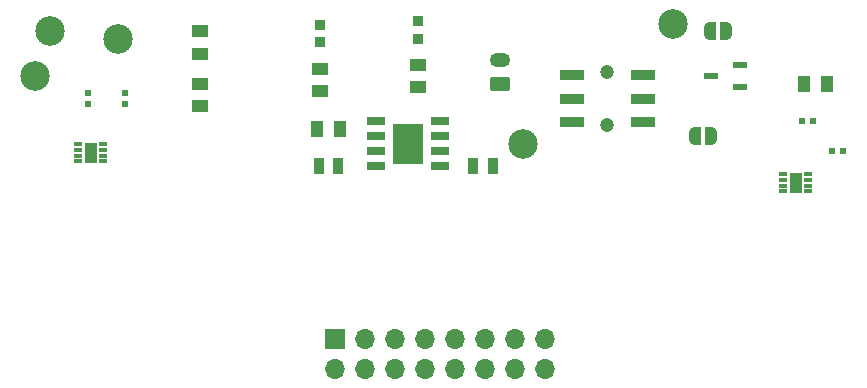
<source format=gbr>
%TF.GenerationSoftware,KiCad,Pcbnew,8.0.1*%
%TF.CreationDate,2024-03-24T23:42:45+02:00*%
%TF.ProjectId,ProjectFiles,50726f6a-6563-4744-9669-6c65732e6b69,rev?*%
%TF.SameCoordinates,Original*%
%TF.FileFunction,Soldermask,Top*%
%TF.FilePolarity,Negative*%
%FSLAX46Y46*%
G04 Gerber Fmt 4.6, Leading zero omitted, Abs format (unit mm)*
G04 Created by KiCad (PCBNEW 8.0.1) date 2024-03-24 23:42:45*
%MOMM*%
%LPD*%
G01*
G04 APERTURE LIST*
G04 Aperture macros list*
%AMRoundRect*
0 Rectangle with rounded corners*
0 $1 Rounding radius*
0 $2 $3 $4 $5 $6 $7 $8 $9 X,Y pos of 4 corners*
0 Add a 4 corners polygon primitive as box body*
4,1,4,$2,$3,$4,$5,$6,$7,$8,$9,$2,$3,0*
0 Add four circle primitives for the rounded corners*
1,1,$1+$1,$2,$3*
1,1,$1+$1,$4,$5*
1,1,$1+$1,$6,$7*
1,1,$1+$1,$8,$9*
0 Add four rect primitives between the rounded corners*
20,1,$1+$1,$2,$3,$4,$5,0*
20,1,$1+$1,$4,$5,$6,$7,0*
20,1,$1+$1,$6,$7,$8,$9,0*
20,1,$1+$1,$8,$9,$2,$3,0*%
%AMFreePoly0*
4,1,19,0.500000,-0.750000,0.000000,-0.750000,0.000000,-0.744911,-0.071157,-0.744911,-0.207708,-0.704816,-0.327430,-0.627875,-0.420627,-0.520320,-0.479746,-0.390866,-0.500000,-0.250000,-0.500000,0.250000,-0.479746,0.390866,-0.420627,0.520320,-0.327430,0.627875,-0.207708,0.704816,-0.071157,0.744911,0.000000,0.744911,0.000000,0.750000,0.500000,0.750000,0.500000,-0.750000,0.500000,-0.750000,
$1*%
%AMFreePoly1*
4,1,19,0.000000,0.744911,0.071157,0.744911,0.207708,0.704816,0.327430,0.627875,0.420627,0.520320,0.479746,0.390866,0.500000,0.250000,0.500000,-0.250000,0.479746,-0.390866,0.420627,-0.520320,0.327430,-0.627875,0.207708,-0.704816,0.071157,-0.744911,0.000000,-0.744911,0.000000,-0.750000,-0.500000,-0.750000,-0.500000,0.750000,0.000000,0.750000,0.000000,0.744911,0.000000,0.744911,
$1*%
G04 Aperture macros list end*
%ADD10R,0.970000X1.470000*%
%ADD11R,0.600000X0.620000*%
%ADD12R,1.525000X0.700000*%
%ADD13R,2.513000X3.402000*%
%ADD14R,0.700000X0.300000*%
%ADD15R,1.000000X1.700000*%
%ADD16R,0.950000X0.900000*%
%ADD17R,1.200000X0.600000*%
%ADD18FreePoly0,0.000000*%
%ADD19FreePoly1,0.000000*%
%ADD20R,1.450000X1.000000*%
%ADD21C,2.500000*%
%ADD22R,1.000000X1.450000*%
%ADD23R,0.620000X0.600000*%
%ADD24R,2.000000X0.900000*%
%ADD25C,1.200000*%
%ADD26R,1.700000X1.700000*%
%ADD27O,1.700000X1.700000*%
%ADD28FreePoly0,180.000000*%
%ADD29FreePoly1,180.000000*%
%ADD30RoundRect,0.250000X0.625000X-0.350000X0.625000X0.350000X-0.625000X0.350000X-0.625000X-0.350000X0*%
%ADD31O,1.750000X1.200000*%
G04 APERTURE END LIST*
D10*
%TO.C,C2*%
X152645000Y-104775000D03*
X154305000Y-104775000D03*
%TD*%
D11*
%TO.C,C3*%
X180515000Y-100965000D03*
X181435000Y-100965000D03*
%TD*%
D12*
%TO.C,J2*%
X144413000Y-100965000D03*
X144413000Y-102235000D03*
X144413000Y-103505000D03*
X144413000Y-104775000D03*
X149837000Y-104775000D03*
X149837000Y-103505000D03*
X149837000Y-102235000D03*
X149837000Y-100965000D03*
D13*
X147125000Y-102870000D03*
%TD*%
D14*
%TO.C,IC1*%
X119185000Y-102870000D03*
X119185000Y-103370000D03*
X119185000Y-103870000D03*
X119185000Y-104370000D03*
X121285000Y-104370000D03*
X121285000Y-103870000D03*
X121285000Y-103370000D03*
X121285000Y-102870000D03*
D15*
X120235000Y-103620000D03*
%TD*%
D16*
%TO.C,LED1*%
X139700000Y-94295000D03*
X139700000Y-92795000D03*
%TD*%
D14*
%TO.C,IC2*%
X178875000Y-105410000D03*
X178875000Y-105910000D03*
X178875000Y-106410000D03*
X178875000Y-106910000D03*
X180975000Y-106910000D03*
X180975000Y-106410000D03*
X180975000Y-105910000D03*
X180975000Y-105410000D03*
D15*
X179925000Y-106160000D03*
%TD*%
D16*
%TO.C,LED2*%
X147955000Y-93980000D03*
X147955000Y-92480000D03*
%TD*%
D17*
%TO.C,Q1*%
X175260000Y-98105000D03*
X175260000Y-96205000D03*
X172760000Y-97155000D03*
%TD*%
D18*
%TO.C,JP1*%
X172705000Y-93345000D03*
D19*
X174005000Y-93345000D03*
%TD*%
D20*
%TO.C,R1k3*%
X147955000Y-96205000D03*
X147955000Y-98105000D03*
%TD*%
D21*
%TO.C,TP5*%
X115570000Y-97155000D03*
%TD*%
%TO.C,TP2*%
X156845000Y-102870000D03*
%TD*%
D22*
%TO.C,R1k4*%
X180660000Y-97790000D03*
X182560000Y-97790000D03*
%TD*%
D23*
%TO.C,C5*%
X120015000Y-99520000D03*
X120015000Y-98600000D03*
%TD*%
D21*
%TO.C,TP1*%
X122555000Y-93980000D03*
%TD*%
D22*
%TO.C,R1k1*%
X139435000Y-101600000D03*
X141335000Y-101600000D03*
%TD*%
D20*
%TO.C,R1*%
X129540000Y-99695000D03*
X129540000Y-97795000D03*
%TD*%
D24*
%TO.C,S1*%
X167005000Y-97060000D03*
X167005000Y-99060000D03*
X167005000Y-101060000D03*
X161005000Y-97060000D03*
X161005000Y-99060000D03*
X161005000Y-101060000D03*
D25*
X164005000Y-96810000D03*
X164005000Y-101310000D03*
%TD*%
D20*
%TO.C,R1k2*%
X139700000Y-96520000D03*
X139700000Y-98420000D03*
%TD*%
D23*
%TO.C,C6*%
X123190000Y-99520000D03*
X123190000Y-98600000D03*
%TD*%
D21*
%TO.C,TP6*%
X116840000Y-93345000D03*
%TD*%
%TO.C,TP3*%
X169545000Y-92710000D03*
%TD*%
D26*
%TO.C,J1*%
X140970000Y-119380000D03*
D27*
X140970000Y-121920000D03*
X143510000Y-119380000D03*
X143510000Y-121920000D03*
X146050000Y-119380000D03*
X146050000Y-121920000D03*
X148590000Y-119380000D03*
X148590000Y-121920000D03*
X151130000Y-119380000D03*
X151130000Y-121920000D03*
X153670000Y-119380000D03*
X153670000Y-121920000D03*
X156210000Y-119380000D03*
X156210000Y-121920000D03*
X158750000Y-119380000D03*
X158750000Y-121920000D03*
%TD*%
D11*
%TO.C,C4*%
X183055000Y-103505000D03*
X183975000Y-103505000D03*
%TD*%
D10*
%TO.C,C1*%
X141215000Y-104775000D03*
X139555000Y-104775000D03*
%TD*%
D28*
%TO.C,JP2*%
X172735000Y-102235000D03*
D29*
X171435000Y-102235000D03*
%TD*%
D30*
%TO.C,J3*%
X154940000Y-97790000D03*
D31*
X154940000Y-95790000D03*
%TD*%
D20*
%TO.C,R2*%
X129540000Y-95250000D03*
X129540000Y-93350000D03*
%TD*%
M02*

</source>
